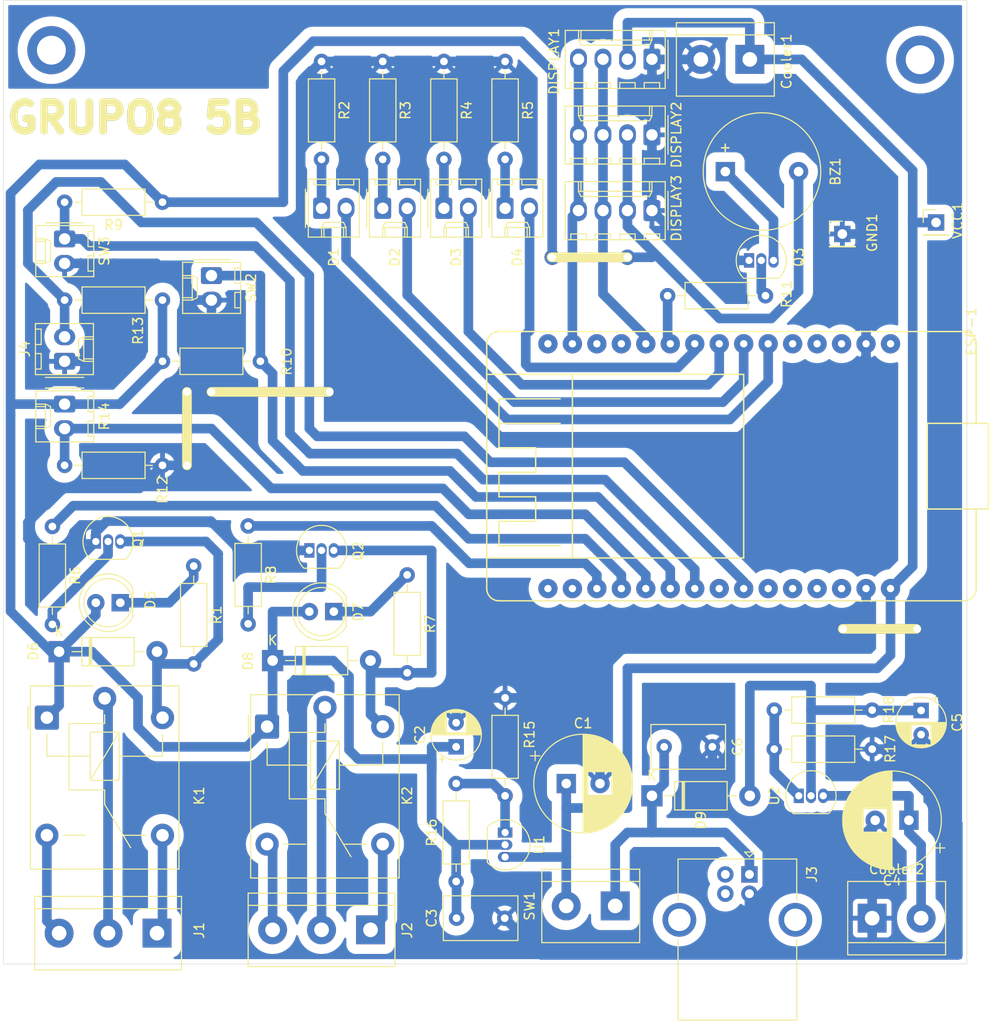
<source format=kicad_pcb>
(kicad_pcb (version 20240108) (generator "pcbnew") (generator_version "8.0")
  (layers (0 "F.Cu" signal) (31 "B.Cu" signal) (34 "B.Paste" user) (35 "F.Paste" user) (36 "B.SilkS" user "B.Silkscreen") (37 "F.SilkS" user "F.Silkscreen") (38 "B.Mask" user) (39 "F.Mask" user) (44 "Edge.Cuts" user))
  (net 0 "")
  (net 1 "GND")
  (net 2 "SDA")
  (net 3 "+3.3V")
  (net 4 "SCL")
  (net 5 "Net-(BZ1-+)")
  (net 6 "+5V")
  (net 7 "LED-A1")
  (net 8 "Net-(D1-K)")
  (net 9 "LED-B1")
  (net 10 "Net-(D2-K)")
  (net 11 "Net-(D3-K)")
  (net 12 "LED-A2")
  (net 13 "LED-B2")
  (net 14 "Net-(D4-K)")
  (net 15 "Net-(D5-K)")
  (net 16 "RELE-B")
  (net 17 "Net-(D6-A)")
  (net 18 "RELE-A")
  (net 19 "Net-(D7-K)")
  (net 20 "Net-(D8-A)")
  (net 21 "Net-(D9-A)")
  (net 23 "BUZZER")
  (net 24 "BOTON-A")
  (net 25 "BOTON-B")
  (net 28 "PUERTA")
  (net 30 "LDR")
  (net 31 "Net-(J1-Pin_3)")
  (net 32 "Net-(J1-Pin_2)")
  (net 33 "Net-(J1-Pin_1)")
  (net 34 "Net-(J2-Pin_3)")
  (net 37 "+12V")
  (net 39 "Net-(Q1-B)")
  (net 40 "Net-(Q2-B)")
  (net 41 "Net-(Q3-B)")
  (net 42 "Net-(U1-ADJ)")
  (net 45 "+5VANTESDELLAVE")
  (net 46 "Net-(J2-Pin_2)")
  (net 48 "Net-(U2-ADJ)")
  (net 57 "Net-(J2-Pin_1)")
  (footprint "Resistor_THT:R_Axial_DIN0207_L6.3mm_D2.5mm_P10.16mm_Horizontal" (layer "F.Cu") (at 139.7 41.91 -90)
    (property "Reference" "R3")
    (property "Value" "68")
  )
  (footprint "Connector_Molex:Molex_KK-254_AE-6410-02A_1x02_P2.54mm_Vertical" (layer "F.Cu") (at 106.68 73.025 90)
    (property "Reference" "J4")
    (property "Value" "Conn_01x02_Pin")
  )
  (footprint "Resistor_THT:R_Axial_DIN0207_L6.3mm_D2.5mm_P10.16mm_Horizontal" (layer "F.Cu") (at 180.34 109.22)
    (property "Reference" "R18")
    (property "Value" "10K")
  )
  (footprint "Connector_Molex:Molex_KK-254_AE-6410-04A_1x04_P2.54mm_Vertical" (layer "F.Cu") (at 167.64 57.38 180)
    (property "Reference" "DISPLAY3")
    (property "Value" "DISPLAY")
  )
  (footprint "Resistor_THT:R_Axial_DIN0207_L6.3mm_D2.5mm_P10.16mm_Horizontal" (layer "F.Cu") (at 142.24 95.19 -90)
    (property "Reference" "R7")
    (property "Value" "68")
  )
  (footprint "Package_TO_SOT_THT:TO-92_Inline" (layer "F.Cu") (at 132.08 92.65)
    (property "Reference" "Q2")
    (property "Value" "S8050")
  )
  (footprint "Package_TO_SOT_THT:TO-92_Inline" (layer "F.Cu") (at 152.4 121.92 -90)
    (property "Reference" "U1")
    (property "Value" "LM317_TO-220")
  )
  (footprint "Resistor_THT:R_Axial_DIN0207_L6.3mm_D2.5mm_P10.16mm_Horizontal" (layer "F.Cu") (at 106.68 83.82)
    (property "Reference" "R12")
    (property "Value" "10K")
  )
  (footprint "Connector_PinHeader_2.54mm:PinHeader_1x01_P2.54mm_Vertical" (layer "F.Cu") (at 187.4012 59.817)
    (property "Reference" "GND1")
    (property "Value" "Conn_01x01_Pin")
  )
  (footprint "Connector_Molex:Molex_KK-254_AE-6410-02A_1x02_P2.54mm_Vertical" (layer "F.Cu") (at 139.7 57.15)
    (property "Reference" "D2")
    (property "Value" "LED")
  )
  (footprint "Diode_THT:D_DO-41_SOD81_P10.16mm_Horizontal" (layer "F.Cu") (at 128.27 104.08)
    (property "Reference" "D8")
    (property "Value" "1N4007")
  )
  (footprint "TerminalBlock:TerminalBlock_bornier-3_P5.08mm" (layer "F.Cu") (at 138.43 132.02 180)
    (property "Reference" "J2")
    (property "Value" "Screw_Terminal_01x03")
  )
  (footprint "Capacitor_THT:CP_Radial_D5.0mm_P2.50mm" (layer "F.Cu") (at 147.32 113.03 90)
    (property "Reference" "C2")
    (property "Value" "10uF")
  )
  (footprint "Package_TO_SOT_THT:TO-92_Inline" (layer "F.Cu") (at 177.719704 62.560072)
    (property "Reference" "Q3")
    (property "Value" "S8050")
  )
  (footprint "Package_TO_SOT_THT:TO-92_Inline" (layer "F.Cu") (at 182.88 118.11)
    (property "Reference" "U2")
    (property "Value" "LM317_TO-220")
  )
  (footprint "Resistor_THT:R_Axial_DIN0207_L6.3mm_D2.5mm_P10.16mm_Horizontal" (layer "F.Cu") (at 147.32 116.84 -90)
    (property "Reference" "R16")
    (property "Value" "330")
  )
  (footprint "Capacitor_THT:CP_Radial_D5.0mm_P2.50mm" (layer "F.Cu") (at 195.58 109.26 -90)
    (property "Reference" "C5")
    (property "Value" "10uF")
  )
  (footprint "Connector_Molex:Molex_KK-254_AE-6410-04A_1x04_P2.54mm_Vertical" (layer "F.Cu") (at 167.64 49.53 180)
    (property "Reference" "DISPLAY2")
    (property "Value" "AHT10")
  )
  (footprint "DOIT_ESP32:DOIT_ESP32_Devkit_mirko" (layer "F.Cu") (at 201.295 69.9375 -90)
    (property "Reference" "ESP-1")
    (property "Value" "ESP32-Devkit-V1")
  )
  (footprint "Diode_THT:D_DO-41_SOD81_P10.16mm_Horizontal" (layer "F.Cu") (at 167.64 118.11)
    (property "Reference" "D9")
    (property "Value" "1N4007")
  )
  (footprint "Relay_THT:Relay_SPDT_Finder_36.11" (layer "F.Cu") (at 104.84 110.005)
    (property "Reference" "K1")
    (property "Value" "Relay_SPDT")
  )
  (footprint "LED_THT:LED_D5.0mm_Clear" (layer "F.Cu") (at 112.46 98.075 180)
    (property "Reference" "D5")
    (property "Value" "LED")
  )
  (footprint "TerminalBlock:TerminalBlock_bornier-2_P5.08mm" (layer "F.Cu") (at 177.8 41.7 180)
    (property "Reference" "Cooler1")
    (property "Value" "Bornera Cooler")
  )
  (footprint "Connector_Molex:Molex_KK-254_AE-6410-02A_1x02_P2.54mm_Vertical" (layer "F.Cu") (at 146.05 57.15)
    (property "Reference" "D3")
    (property "Value" "LED")
  )
  (footprint "Connector_Molex:Molex_KK-254_AE-6410-02A_1x02_P2.54mm_Vertical" (layer "F.Cu") (at 106.68 60.325 -90)
    (property "Reference" "SW3")
    (property "Value" "SW_Push")
  )
  (footprint "Resistor_THT:R_Axial_DIN0207_L6.3mm_D2.5mm_P10.16mm_Horizontal" (layer "F.Cu") (at 125.73 90.11 -90)
    (property "Reference" "R8")
    (property "Value" "R_US")
  )
  (footprint "Buzzer_Beeper:Buzzer_12x9.5RM7.6" (layer "F.Cu") (at 175.26 53.34)
    (property "Reference" "BZ1")
    (property "Value" "Buzzer")
  )
  (footprint "Connector_Molex:Molex_KK-254_AE-6410-04A_1x04_P2.54mm_Vertical" (layer "F.Cu") (at 167.64 41.68 180)
    (property "Reference" "DISPLAY1")
    (property "Value" "DISPLAY")
  )
  (footprint "Resistor_THT:R_Axial_DIN0207_L6.3mm_D2.5mm_P10.16mm_Horizontal" (layer "F.Cu") (at 116.84 73.025)
    (property "Reference" "R10")
    (property "Value" "10K")
  )
  (footprint "Connector_Molex:Molex_KK-254_AE-6410-02A_1x02_P2.54mm_Vertical" (layer "F.Cu") (at 121.92 64.135 -90)
    (property "Reference" "SW2")
    (property "Value" "SW_Push")
  )
  (footprint "Connector_Molex:Molex_KK-254_AE-6410-02A_1x02_P2.54mm_Vertical" (layer "F.Cu") (at 152.4 57.15)
    (property "Reference" "D4")
    (property "Value" "LED")
  )
  (footprint "Connector_PinHeader_2.54mm:PinHeader_1x01_P2.54mm_Vertical" (layer "F.Cu") (at 197.1294 58.6232)
    (property "Reference" "VCC1")
    (property "Value" "Conn_01x01_Pin")
  )
  (footprint "Capacitor_THT:C_Disc_D7.5mm_W4.4mm_P5.00mm" (layer "F.Cu") (at 147.36 130.81)
    (property "Reference" "C3")
    (property "Value" "100uf")
  )
  (footprint "Resistor_THT:R_Axial_DIN0207_L6.3mm_D2.5mm_P10.16mm_Horizontal" (layer "F.Cu") (at 152.4 41.91 -90)
    (property "Reference" "R5")
    (property "Value" "68")
  )
  (footprint "TerminalBlock:TerminalBlock_bornier-3_P5.08mm" (layer "F.Cu") (at 116.27 132.365 180)
    (property "Reference" "J1")
    (property "Value" "Screw_Terminal_01x03")
  )
  (footprint "Resistor_THT:R_Axial_DIN0207_L6.3mm_D2.5mm_P10.16mm_Horizontal" (layer "F.Cu") (at 133.35 41.91 -90)
    (property "Reference" "R2")
    (property "Value" "68")
  )
  (footprint "Resistor_THT:R_Axial_DIN0207_L6.3mm_D2.5mm_P10.16mm_Horizontal" (layer "F.Cu") (at 116.84 56.515 180)
    (property "Reference" "R9")
    (property "Value" "10K")
  )
  (footprint "Capacitor_THT:C_Disc_D7.5mm_W4.4mm_P5.00mm" (layer "F.Cu") (at 168.91 113.03)
    (property "Reference" "C6")
    (property "Value" "100uf")
  )
  (footprint "Relay_THT:Relay_SPDT_Finder_36.11" (layer "F.Cu") (at 127.7 110.93)
    (property "Reference" "K2")
    (property "Value" "Relay_SPDT")
  )
  (footprint "Resistor_THT:R_Axial_DIN0207_L6.3mm_D2.5mm_P10.16mm_Horizontal" (layer "F.Cu") (at 105.41 90.17 -90)
    (property "Reference" "R6")
    (property "Value" "R_US")
  )
  (footprint "Package_TO_SOT_THT:TO-92_Inline" (layer "F.Cu") (at 109.92 91.725)
    (property "Reference" "Q1")
    (property "Value" "S8050")
  )
  (footprint "Resistor_THT:R_Axial_DIN0207_L6.3mm_D2.5mm_P10.16mm_Horizontal" (layer "F.Cu") (at 152.4 118.11 90)
    (property "Reference" "R15")
    (property "Value" "560")
  )
  (footprint "Connector_USB:USB_B_OST_USB-B1HSxx_Horizontal" (layer "F.Cu") (at 177.76 126.27 -90)
    (property "Reference" "J3")
    (property "Value" "USB_B")
  )
  (footprint "Connector_Molex:Molex_KK-254_AE-6410-02A_1x02_P2.54mm_Vertical" (layer "F.Cu") (at 133.35 57.15)
    (property "Reference" "D1")
    (property "Value" "LED")
  )
  (footprint "Resistor_THT:R_Axial_DIN0207_L6.3mm_D2.5mm_P10.16mm_Horizontal" (layer "F.Cu") (at 120.08 94.265 -90)
    (property "Reference" "R1")
    (property "Value" "68")
  )
  (footprint "Capacitor_THT:CP_Radial_D10.0mm_P3.50mm" (layer "F.Cu") (at 158.75 116.84)
    (property "Reference" "C1")
    (property "Value" "100uF")
  )
  (footprint "Connector_Molex:Molex_KK-254_AE-6410-02A_1x02_P2.54mm_Vertical" (layer "F.Cu") (at 106.68 77.47 -90)
    (property "Reference" "R14")
    (property "Value" "LDR")
  )
  (footprint "Diode_THT:D_DO-41_SOD81_P10.16mm_Horizontal" (layer "F.Cu") (at 106.11 103.155)
    (property "Reference" "D6")
    (property "Value" "1N4007")
  )
  (footprint "Resistor_THT:R_Axial_DIN0207_L6.3mm_D2.5mm_P10.16mm_Horizontal" (layer "F.Cu") (at 146.05 41.91 -90)
    (property "Reference" "R4")
    (property "Value" "68")
  )
  (footprint "LED_THT:LED_D5.0mm_Clear" (layer "F.Cu") (at 134.62 99 180)
    (property "Reference" "D7")
    (property "Value" "LED")
  )
  (footprint "Resistor_THT:R_Axial_DIN0207_L6.3mm_D2.5mm_P10.16mm_Horizontal" (layer "F.Cu") (at 179.428212 66.219106 180)
    (property "Reference" "R11")
    (property "Value" "22K")
  )
  (footprint "TerminalBlock:TerminalBlock_bornier-2_P5.08mm" (layer "F.Cu") (at 163.83 129.54 180)
    (property "Reference" "SW1")
    (property "Value" "On/Off")
  )
  (footprint "Resistor_THT:R_Axial_DIN0207_L6.3mm_D2.5mm_P10.16mm_Horizontal" (layer "F.Cu") (at 116.84 66.675 180)
    (property "Reference" "R13")
    (property "Value" "10K")
  )
  (footprint "Resistor_THT:R_Axial_DIN0207_L6.3mm_D2.5mm_P10.16mm_Horizontal" (layer "F.Cu") (at 180.34 113.27)
    (property "Reference" "R17")
    (property "Value" "22K")
  )
  (footprint "Capacitor_THT:CP_Radial_D10.0mm_P3.50mm" (layer "F.Cu") (at 194.31 120.65 180)
    (property "Reference" "C4")
    (property "Value" "100uF")
  )
  (footprint "TerminalBlock:TerminalBlock_bornier-2_P5.08mm" (layer "F.Cu") (at 190.5 130.81)
    (property "Reference" "Cooler2")
    (property "Value" "Bateria")
  )
  (gr_line (start 165.1 62.23) (end 157.226 62.23) (stroke (width 1)) (layer "F.SilkS"))
  (gr_line (start 121.92 76.2) (end 134.112 76.2) (stroke (width 1)) (layer "F.SilkS"))
  (gr_line (start 187.452 100.7872) (end 195.072 100.7872) (stroke (width 1)) (layer "F.SilkS"))
  (gr_line (start 119.38 83.82) (end 119.38 76.2) (stroke (width 1)) (layer "F.SilkS"))
  (gr_rect (start 100.33 35.56) (end 200.33 135.56) (stroke (width 0.05)) (fill none) (layer "Edge.Cuts"))
  (gr_text "GRUPO8 5B" (at 100.33 49.53 0) (layer "B.Cu") (effects (font (size 3 3) (thickness 0.75) (bold yes)) (justify left bottom)))
  (gr_text "GRUPO8 5B" (at 100.33 49.53 0) (layer "F.SilkS") (effects (font (size 3 3) (thickness 0.75) (bold yes)) (justify left bottom)))
  (via (at 105.3084 40.7416) (size 5) (drill 3) (layers "F.Cu" "B.Cu") (net 0))
  (via (at 195.4784 41.7322) (size 5) (drill 3) (layers "F.Cu" "B.Cu") (net 0))
  (segment (start 119.38 83.82) (end 119.38 76.2) (width 1) (layer "F.Cu") (net 1))
  (segment (start 195.1736 100.7872) (end 187.5028 100.7872) (width 1) (layer "F.Cu") (net 1))
  (segment (start 187.5028 100.7872) (end 187.4774 100.8126) (width 1) (layer "F.Cu") (net 1))
  (segment (start 121.92 76.2) (end 134.185584 76.2) (width 1) (layer "F.Cu") (net 1))
  (via (at 134.185584 76.2) (size 1.6) (drill 0.8) (layers "F.Cu" "B.Cu") (net 1))
  (via (at 121.92 76.2) (size 1.6) (drill 0.8) (layers "F.Cu" "B.Cu") (net 1))
  (via (at 119.38 76.2) (size 1.6) (drill 0.8) (layers "F.Cu" "B.Cu") (net 1))
  (via (at 195.1736 100.7872) (size 1.6) (drill 0.8) (layers "F.Cu" "B.Cu") (net 1))
  (via (at 119.38 83.82) (size 1.6) (drill 0.8) (layers "F.Cu" "B.Cu") (net 1))
  (via (at 187.4774 100.8126) (size 1.6) (drill 0.8) (layers "F.Cu" "B.Cu") (net 1))
  (segment (start 198.247 103.8606) (end 195.1736 100.7872) (width 1) (layer "B.Cu") (net 1))
  (segment (start 106.68 73.025) (end 111.125 73.025) (width 1) (layer "B.Cu") (net 1))
  (segment (start 173.91 118.03) (end 173.91 113.03) (width 1) (layer "B.Cu") (net 1))
  (segment (start 189.7126 59.817) (end 189.865 59.9694) (width 1) (layer "B.Cu") (net 1))
  (segment (start 102.87 91.44) (end 104.14 92.71) (width 1) (layer "B.Cu") (net 1))
  (segment (start 177.719704 62.560072) (end 172.820072 62.560072) (width 1) (layer "B.Cu") (net 1))
  (segment (start 133.35 41.91) (end 152.4 41.91) (width 1) (layer "B.Cu") (net 1))
  (segment (start 124.901685 92.65) (end 121.860847 89.609162) (width 1) (layer "B.Cu") (net 1))
  (segment (start 187.4012 59.817) (end 189.7126 59.817) (width 1) (layer "B.Cu") (net 1))
  (segment (start 106.68 62.865) (end 111.76 62.865) (width 1) (layer "B.Cu") (net 1))
  (segment (start 111.76 72.39) (end 111.76 62.865) (width 1) (layer "B.Cu") (net 1))
  (segment (start 161.925 105.509416) (end 164.567208 102.867208) (width 1) (layer "B.Cu") (net 1))
  (segment (start 131.18 44.08) (end 131.18 60.164932) (width 1) (layer "B.Cu") (net 1))
  (segment (start 199.39 121.02863) (end 199.39 134.62) (width 1) (layer "B.Cu") (net 1))
  (segment (start 147.32 110.53) (end 147.32 107.95) (width 1) (layer "B.Cu") (net 1))
  (segment (start 116.84 83.82) (end 119.38 83.82) (width 1) (layer "B.Cu") (net 1))
  (segment (start 162.25 108.91) (end 162.25 116.84) (width 1) (layer "B.Cu") (net 1))
  (segment (start 156.17 134.62) (end 190.5 134.62) (width 1) (layer "B.Cu") (net 1))
  (segment (start 147.32 107.95) (end 152.4 107.95) (width 1) (layer "B.Cu") (net 1))
  (segment (start 106.400151 86.21) (end 102.87 89.740151) (width 1) (layer "B.Cu") (net 1))
  (segment (start 167.64 48.26) (end 181.032692 48.26) (width 1) (layer "B.Cu") (net 1))
  (segment (start 190.5 113.27) (end 191.63137 113.27) (width 1) (layer "B.Cu") (net 1))
  (segment (start 189.865 102.235) (end 189.865 100.8634) (width 1) (layer "B.Cu") (net 1))
  (segment (start 164.567208 102.867208) (end 189.227208 102.867208) (width 1) (layer "B.Cu") (net 1))
  (segment (start 134.185584 76.2) (end 137.16 76.2) (width 1) (layer "B.Cu") (net 1))
  (segment (start 104.14 92.71) (end 108.935 92.71) (width 1) (layer "B.Cu") (net 1))
  (segment (start 109.92 90.74) (end 109.92 91.725) (width 1) (layer "B.Cu") (net 1))
  (segment (start 181.032692 48.26) (end 189.865 57.092308) (width 1) (layer "B.Cu") (net 1))
  (segment (start 190.5 134.62) (end 190.5 130.81) (width 1) (layer "B.Cu") (net 1))
  (segment (start 177.76 129.54) (end 177.76 130.77) (width 1) (layer "B.Cu") (net 1))
  (segment (start 132.08 92.65) (end 124.901685 92.65) (width 1) (layer "B.Cu") (net 1))
  (segment (start 167.64 48.26) (end 167.64 57.38) (width 1) (layer "B.Cu") (net 1))
  (segment (start 191.63137 113.27) (end 195.390685 117.029315) (width 1) (layer "B.Cu") (net 1))
  (segment (start 195.58 116.84) (end 195.390685 117.029315) (width 1) (layer "B.Cu") (net 1))
  (segment (start 179.61 127.69) (end 179.61 123.73) (width 1) (layer "B.Cu") (net 1))
  (segment (start 189.8142 100.8126) (end 189.865 100.8634) (width 1) (layer "B.Cu") (net 1))
  (segment (start 189.865 100.8634) (end 189.865 96.6075) (width 1) (layer "B.Cu") (net 1))
  (segment (start 199.39 134.62) (end 190.5 134.62) (width 1) (layer "B.Cu") (net 1))
  (segment (start 116.84 83.82) (end 114.45 86.21) (width 1) (layer "B.Cu") (net 1))
  (segment (start 172.820072 62.560072) (end 167.64 57.38) (width 1) (layer "B.Cu") (net 1))
  (segment (start 189.865 59.9694) (end 189.865 71.2075) (width 1) (layer "B.Cu") (net 1))
  (segment (start 108.935 92.71) (end 109.92 91.725) (width 1) (layer "B.Cu") (net 1))
  (segment (start 111.76 62.865) (end 116.209849 62.865) (width 1) (layer "B.Cu") (net 1))
  (segment (start 195.58 111.76) (end 195.58 114.4524) (width 1) (layer "B.Cu") (net 1))
  (segment (start 187.4774 100.8126) (end 189.8142 100.8126) (width 1) (layer "B.Cu") (net 1))
  (segment (start 177.76 128.27) (end 177.76 129.54) (width 1) (layer "B.Cu") (net 1))
  (segment (start 190.5 130.81) (end 190.5 120.96) (width 1) (layer "B.Cu") (net 1))
  (segment (start 151.875068 80.86) (end 181.626713 80.86) (width 1) (layer "B.Cu") (net 1))
  (segment (start 195.390685 117.029315) (end 199.39 121.02863) (width 1) (layer "B.Cu") (net 1))
  (segment (start 181.626713 80.86) (end 189.865 72.621713) (width 1) (layer "B.Cu") (net 1))
  (segment (start 137.16 76.2) (end 142.187534 71.172466) (width 1) (layer "B.Cu") (net 1))
  (segment (start 177.76 129.54) (end 179.61 127.69) (width 1) (layer "B.Cu") (net 1))
  (segment (start 116.209849 62.865) (end 120.019849 66.675) (width 1) (layer "B.Cu") (net 1))
  (segment (start 172.72 41.7) (end 167.66 41.7) (width 1) (layer "B.Cu") (net 1))
  (segment (start 189.23 102.87) (end 189.865 102.235) (width 1) (layer "B.Cu") (net 1))
  (segment (start 121.860847 89.609162) (end 111.050838 89.609162) (width 1) (layer "B.Cu") (net 1))
  (segment (start 189.865 72.621713) (end 189.865 71.2075) (width 1) (layer "B.Cu") (net 1))
  (segment (start 121.92 66.675) (end 121.92 76.2) (width 1) (layer "B.Cu") (net 1))
  (segment (start 102.87 89.740151) (end 102.87 91.44) (width 1) (layer "B.Cu") (net 1))
  (segment (start 152.36 130.81) (end 156.17 134.62) (width 1) (layer "B.Cu") (net 1))
  (segment (start 195.58 114.4524) (end 195.58 116.84) (width 1) (layer "B.Cu") (net 1))
  (segment (start 119.38 76.2) (end 121.92 76.2) (width 1) (layer "B.Cu") (net 1))
  (segment (start 142.187534 71.172466) (end 151.875068 80.86) (width 1) (layer "B.Cu") (net 1))
  (segment (start 133.35 41.91) (end 131.18 44.08) (width 1) (layer "B.Cu") (net 1))
  (segment (start 162.25 108.91) (end 161.925 108.585) (width 1) (layer "B.Cu") (net 1))
  (segment (start 120.019849 66.675) (end 121.92 66.675) (width 1) (layer "B.Cu") (net 1))
  (segment (start 111.050838 89.609162) (end 109.92 90.74) (width 1) (layer "B.Cu") (net 1))
  (segment (start 114.45 86.21) (end 106.400151 86.21) (width 1) (layer "B.Cu") (net 1))
  (segment (start 152.4 107.95) (end 161.29 107.95) (width 1) (layer "B.Cu") (net 1))
  (segment (start 161.925 108.585) (end 161.925 105.509416) (width 1) (layer "B.Cu") (net 1))
  (segment (start 167.66 41.7) (end 167.64 41.68) (width 1) (layer "B.Cu") (net 1))
  (segment (start 177.8254 130.8354) (end 177.8254 134.56) (width 1) (layer "B.Cu") (net 1))
  (segment (start 161.29 107.95) (end 162.25 108.91) (width 1) (layer "B.Cu") (net 1))
  (segment (start 177.76 130.77) (end 177.8254 130.8354) (width 1) (layer "B.Cu") (net 1))
  (segment (start 167.64 41.68) (end 167.64 48.26) (width 1) (layer "B.Cu") (net 1))
  (segment (start 190.5 120.96) (end 190.81 120.65) (width 1) (layer "B.Cu") (net 1))
  (segment (start 111.125 73.025) (end 111.76 72.39) (width 1) (layer "B.Cu") (net 1))
  (segment (start 179.61 123.73) (end 173.91 118.03) (width 1) (layer "B.Cu") (net 1))
  (segment (start 195.58 114.4524) (end 198.247 114.4524) (width 1) (layer "B.Cu") (net 1))
  (segment (start 198.247 114.4524) (end 198.2978 114.5032) (width 1) (layer "B.Cu") (net 1))
  (segment (start 198.247 114.4524) (end 198.247 103.8606) (width 1) (layer "B.Cu") (net 1))
  (segment (start 189.865 57.092308) (end 189.865 59.9694) (width 1) (layer "B.Cu") (net 1))
  (segment (start 189.227208 102.867208) (end 189.23 102.87) (width 1) (layer "B.Cu") (net 1))
  (segment (start 131.18 60.164932) (end 142.187534 71.172466) (width 1) (layer "B.Cu") (net 1))
  (segment (start 167.005 71.2075) (end 167.005 70.485) (width 1) (layer "B.Cu") (net 2))
  (segment (start 167.005 70.485) (end 162.56 66.04) (width 1) (layer "B.Cu") (net 2))
  (segment (start 162.56 57.38) (end 162.56 41.68) (width 1) (layer "B.Cu") (net 2))
  (segment (start 162.56 66.04) (end 162.56 57.38) (width 1) (layer "B.Cu") (net 2))
  (segment (start 157.285 62.23) (end 165.1 62.23) (width 1) (layer "F.Cu") (net 3))
  (via (at 165.1 62.23) (size 1.6) (drill 0.8) (layers "F.Cu" "B.Cu") (net 3))
  (via (at 157.285 62.23) (size 1.6) (drill 0.8) (layers "F.Cu" "B.Cu") (net 3))
  (segment (start 112.395 77.47) (end 106.68 77.47) (width 1) (layer "B.Cu") (net 3))
  (segment (start 101.07 78.635) (end 101.07 98.959849) (width 1) (layer "B.Cu") (net 3))
  (segment (start 182.86 53.34) (end 182.86 65.757167) (width 1) (layer "B.Cu") (net 3))
  (segment (start 125.6 113.03) (end 127.7 110.93) (width 1) (layer "B.Cu") (net 3))
  (segment (start 147.32 113.03) (end 144.78 113.03) (width 1) (layer "B.Cu") (net 3))
  (segment (start 165.1 49.53) (end 165.1 57.38) (width 1) (layer "B.Cu") (net 3))
  (segment (start 104.0638 52.6034) (end 101.07 55.5972) (width 1) (layer "B.Cu") (net 3))
  (segment (start 109.92 98.075) (end 109.92 99.345) (width 1) (layer "B.Cu") (net 3))
  (segment (start 167.64 62.23) (end 167.9725 61.8975) (width 1) (layer "B.Cu") (net 3))
  (segment (start 128.27 110.36) (end 127.7 110.93) (width 1) (layer "B.Cu") (net 3))
  (segment (start 114.3 107.929466) (end 114.3 111.000534) (width 1) (layer "B.Cu") (net 3))
  (segment (start 132.08 99) (end 128.27 99) (width 1) (layer "B.Cu") (net 3))
  (segment (start 116.84 56.515) (end 129.38 56.515) (width 1) (layer "B.Cu") (net 3))
  (segment (start 144.78 113.03) (end 144.78 115.57) (width 1) (layer "B.Cu") (net 3))
  (segment (start 101.07 98.959849) (end 105.265151 103.155) (width 1) (layer "B.Cu") (net 3))
  (segment (start 128.27 99) (end 128.27 104.08) (width 1) (layer "B.Cu") (net 3))
  (segment (start 106.68 77.47) (end 101.07 77.47) (width 1) (layer "B.Cu") (net 3))
  (segment (start 136.2 113.34) (end 137.16 114.3) (width 1) (layer "B.Cu") (net 3))
  (segment (start 101.07 77.47) (end 101.07 78.635) (width 1) (layer "B.Cu") (net 3))
  (segment (start 136.2 105.72) (end 136.2 113.34) (width 1) (layer "B.Cu") (net 3))
  (segment (start 116.84 73.025) (end 112.395 77.47) (width 1) (layer "B.Cu") (net 3))
  (segment (start 174.655 68.58) (end 167.9725 61.8975) (width 1) (layer "B.Cu") (net 3))
  (segment (start 144.78 115.57) (end 144.78 120.65) (width 1) (layer "B.Cu") (net 3))
  (segment (start 112.9284 52.6034) (end 104.0638 52.6034) (width 1) (layer "B.Cu") (net 3))
  (segment (start 105.265151 103.155) (end 106.11 103.155) (width 1) (layer "B.Cu") (net 3))
  (segment (start 167.9725 61.8975) (end 165.1 59.025) (width 1) (layer "B.Cu") (net 3))
  (segment (start 180.037167 68.58) (end 174.655 68.58) (width 1) (layer "B.Cu") (net 3))
  (segment (start 101.07 55.5972) (end 101.07 77.47) (width 1) (layer "B.Cu") (net 3))
  (segment (start 116.84 66.675) (end 116.84 73.025) (width 1) (layer "B.Cu") (net 3))
  (segment (start 116.329466 113.03) (end 125.6 113.03) (width 1) (layer "B.Cu") (net 3))
  (segment (start 106.11 103.155) (end 106.11 108.735) (width 1) (layer "B.Cu") (net 3))
  (segment (start 147.32 123.19) (end 152.4 123.19) (width 1) (layer "B.Cu") (net 3))
  (segment (start 144.78 114.3) (end 144.78 115.57) (width 1) (layer "B.Cu") (net 3))
  (segment (start 182.86 65.757167) (end 180.037167 68.58) (width 1) (layer "B.Cu") (net 3))
  (segment (start 109.525534 103.155) (end 114.3 107.929466) (width 1) (layer "B.Cu") (net 3))
  (segment (start 129.38 56.515) (end 129.38 42.910151) (width 1) (layer "B.Cu") (net 3))
  (segment (start 129.38 42.910151) (end 132.480151 39.81) (width 1) (layer "B.Cu") (net 3))
  (segment (start 147.32 127) (end 147.32 123.19) (width 1) (layer "B.Cu") (net 3))
  (segment (start 114.3 111.000534) (end 116.329466 113.03) (width 1) (layer "B.Cu") (net 3))
  (segment (start 147.36 127.04) (end 147.32 127) (width 1) (layer "B.Cu") (net 3))
  (segment (start 165.1 59.025) (end 165.1 57.38) (width 1) (layer "B.Cu") (net 3))
  (segment (start 137.16 114.3) (end 144.78 114.3) (width 1) (layer "B.Cu") (net 3))
  (segment (start 165.1 62.23) (end 167.64 62.23) (width 1) (layer "B.Cu") (net 3))
  (segment (start 128.27 104.08) (end 128.27 110.36) (width 1) (layer "B.Cu") (net 3))
  (segment (start 157.285 42.985) (end 157.285 62.23) (width 1) (layer "B.Cu") (net 3))
  (segment (start 144.78 120.65) (end 147.32 123.19) (width 1) (layer "B.Cu") (net 3))
  (segment (start 106.11 103.155) (end 109.525534 103.155) (width 1) (layer "B.Cu") (net 3))
  (segment (start 132.480151 39.81) (end 154.11 39.81) (width 1) (layer "B.Cu") (net 3))
  (segment (start 147.36 130.81) (end 147.36 127.04) (width 1) (layer "B.Cu") (net 3))
  (segment (start 134.56 104.08) (end 136.2 105.72) (width 1) (layer "B.Cu") (net 3))
  (segment (start 128.27 104.08) (end 134.56 104.08) (width 1) (layer "B.Cu") (net 3))
  (segment (start 106.11 108.735) (end 104.84 110.005) (width 1) (layer "B.Cu") (net 3))
  (segment (start 154.11 39.81) (end 157.285 42.985) (width 1) (layer "B.Cu") (net 3))
  (segment (start 109.92 99.345) (end 106.11 103.155) (width 1) (layer "B.Cu") (net 3))
  (segment (start 116.84 56.515) (end 112.9284 52.6034) (width 1) (layer "B.Cu") (net 3))
  (segment (start 159.385 58.015) (end 160.02 57.38) (width 1) (layer "B.Cu") (net 4))
  (segment (start 159.385 71.2075) (end 159.385 58.015) (width 1) (layer "B.Cu") (net 4))
  (segment (start 160.02 57.38) (end 160.02 41.68) (width 1) (layer "B.Cu") (net 4))
  (segment (start 180.259704 58.339704) (end 175.26 53.34) (width 1) (layer "B.Cu") (net 5))
  (segment (start 180.259704 62.560072) (end 180.259704 58.339704) (width 1) (layer "B.Cu") (net 5))
  (segment (start 158.75 127) (end 158.75 129.54) (width 1) (layer "B.Cu") (net 6))
  (segment (start 197.1294 58.6232) (end 194.7232 58.6232) (width 1) (layer "B.Cu") (net 6))
  (segment (start 158.75 116.84) (end 158.75 119.38) (width 1) (layer "B.Cu") (net 6))
  (segment (start 194.705 53.227) (end 194.705 58.605) (width 1) (layer "B.Cu") (net 6))
  (segment (start 158.75 119.38) (end 165.1 119.38) (width 1) (layer "B.Cu") (net 6))
  (segment (start 194.705 94.3075) (end 192.405 96.6075) (width 1) (layer "B.Cu") (net 6))
  (segment (start 192.405 96.6075) (end 192.405 103.505) (width 1) (layer "B.Cu") (net 6))
  (segment (start 158.75 124.46) (end 158.75 127) (width 1) (layer "B.Cu") (net 6))
  (segment (start 183.178 41.7) (end 194.705 53.227) (width 1) (layer "B.Cu") (net 6))
  (segment (start 177.8 41.7) (end 177.8 37.89) (width 1) (layer "B.Cu") (net 6))
  (segment (start 152.4 124.46) (end 158.75 124.46) (width 1) (layer "B.Cu") (net 6))
  (segment (start 165.1 119.38) (end 165.1 104.88) (width 1) (layer "B.Cu") (net 6))
  (segment (start 194.705 58.605) (end 194.705 94.3075) (width 1) (layer "B.Cu") (net 6))
  (segment (start 165.1 37.89) (end 165.1 41.68) (width 1) (layer "B.Cu") (net 6))
  (segment (start 192.405 103.505) (end 191.03 104.88) (width 1) (layer "B.Cu") (net 6))
  (segment (start 177.8 37.89) (end 165.1 37.89) (width 1) (layer "B.Cu") (net 6))
  (segment (start 194.7232 58.6232) (end 194.705 58.605) (width 1) (layer "B.Cu") (net 6))
  (segment (start 191.03 104.88) (end 165.1 104.88) (width 1) (layer "B.Cu") (net 6))
  (segment (start 177.8 41.7) (end 183.178 41.7) (width 1) (layer "B.Cu") (net 6))
  (segment (start 158.75 119.38) (end 158.75 124.46) (width 1) (layer "B.Cu") (net 6))
  (segment (start 175.745392 79.06) (end 179.705 75.100392) (width 1) (layer "B.Cu") (net 7))
  (segment (start 135.89 62.329348) (end 152.620652 79.06) (width 1) (layer "B.Cu") (net 7))
  (segment (start 152.620652 79.06) (end 175.745392 79.06) (width 1) (layer "B.Cu") (net 7))
  (segment (start 135.89 57.15) (end 135.89 62.329348) (width 1) (layer "B.Cu") (net 7))
  (segment (start 179.705 75.100392) (end 179.705 71.2075) (width 1) (layer "B.Cu") (net 7))
  (segment (start 133.35 52.07) (end 133.35 57.15) (width 1) (layer "B.Cu") (net 8))
  (segment (start 177.165 75.094808) (end 177.165 71.2075) (width 1) (layer "B.Cu") (net 9))
  (segment (start 174.999808 77.26) (end 177.165 75.094808) (width 1) (layer "B.Cu") (net 9))
  (segment (start 153.366236 77.26) (end 174.999808 77.26) (width 1) (layer "B.Cu") (net 9))
  (segment (start 142.24 66.133764) (end 153.366236 77.26) (width 1) (layer "B.Cu") (net 9))
  (segment (start 142.24 57.15) (end 142.24 66.133764) (width 1) (layer "B.Cu") (net 9))
  (segment (start 139.7 52.07) (end 139.7 57.15) (width 1) (layer "B.Cu") (net 10))
  (segment (start 146.05 52.07) (end 146.05 57.15) (width 1) (layer "B.Cu") (net 11))
  (segment (start 173.46 75.46) (end 174.625 74.295) (width 1) (layer "B.Cu") (net 12))
  (segment (start 174.625 74.295) (end 174.625 71.2075) (width 1) (layer "B.Cu") (net 12))
  (segment (start 148.59 57.15) (end 148.59 69.93818) (width 1) (layer "B.Cu") (net 12))
  (segment (start 154.11182 75.46) (end 173.46 75.46) (width 1) (layer "B.Cu") (net 12))
  (segment (start 148.59 69.93818) (end 154.11182 75.46) (width 1) (layer "B.Cu") (net 12))
  (segment (start 154.545 70.254808) (end 154.545 73.347596) (width 1) (layer "B.Cu") (net 13))
  (segment (start 154.545 73.347596) (end 154.857404 73.66) (width 1) (layer "B.Cu") (net 13))
  (segment (start 154.94 57.15) (end 154.94 69.859808) (width 1) (layer "B.Cu") (net 13))
  (segment (start 170.345192 73.66) (end 172.085 71.920192) (width 1) (layer "B.Cu") (net 13))
  (segment (start 172.085 71.920192) (end 172.085 71.2075) (width 1) (layer "B.Cu") (net 13))
  (segment (start 154.857404 73.66) (end 170.345192 73.66) (width 1) (layer "B.Cu") (net 13))
  (segment (start 154.94 69.859808) (end 154.545 70.254808) (width 1) (layer "B.Cu") (net 13))
  (segment (start 152.4 52.07) (end 152.4 57.15) (width 1) (layer "B.Cu") (net 14))
  (segment (start 120.08 95.535) (end 117.54 98.075) (width 1) (layer "B.Cu") (net 15))
  (segment (start 120.08 94.265) (end 120.08 95.535) (width 1) (layer "B.Cu") (net 15))
  (segment (start 117.54 98.075) (end 112.46 98.075) (width 1) (layer "B.Cu") (net 15))
  (segment (start 148.621029 91.44) (end 145.191029 88.01) (width 1) (layer "B.Cu") (net 16))
  (segment (start 160.717297 91.44) (end 148.621029 91.44) (width 1) (layer "B.Cu") (net 16))
  (segment (start 164.465 95.187703) (end 160.717297 91.44) (width 1) (layer "B.Cu") (net 16))
  (segment (start 145.191029 88.01) (end 107.57 88.01) (width 1) (layer "B.Cu") (net 16))
  (segment (start 107.57 88.01) (end 105.41 90.17) (width 1) (layer "B.Cu") (net 16))
  (segment (start 164.465 96.6075) (end 164.465 95.187703) (width 1) (layer "B.Cu") (net 16))
  (segment (start 121.35 91.725) (end 122.62 92.995) (width 1) (layer "B.Cu") (net 17))
  (segment (start 122.62 92.995) (end 122.62 101.885) (width 1) (layer "B.Cu") (net 17))
  (segment (start 116.27 109.435) (end 116.84 110.005) (width 1) (layer "B.Cu") (net 17))
  (segment (start 116.27 103.155) (end 116.27 104.425) (width 1) (layer "B.Cu") (net 17))
  (segment (start 122.62 101.885) (end 120.08 104.425) (width 1) (layer "B.Cu") (net 17))
  (segment (start 116.27 104.425) (end 116.27 109.435) (width 1) (layer "B.Cu") (net 17))
  (segment (start 112.46 91.725) (end 121.35 91.725) (width 1) (layer "B.Cu") (net 17))
  (segment (start 120.08 104.425) (end 116.27 104.425) (width 1) (layer "B.Cu") (net 17))
  (segment (start 161.925 95.193287) (end 160.711713 93.98) (width 1) (layer "B.Cu") (net 18))
  (segment (start 161.925 96.6075) (end 161.925 95.193287) (width 1) (layer "B.Cu") (net 18))
  (segment (start 148.655584 93.98) (end 144.785584 90.11) (width 1) (layer "B.Cu") (net 18))
  (segment (start 144.785584 90.11) (end 125.73 90.11) (width 1) (layer "B.Cu") (net 18))
  (segment (start 160.711713 93.98) (end 148.655584 93.98) (width 1) (layer "B.Cu") (net 18))
  (segment (start 138.43 99) (end 142.24 95.19) (width 1) (layer "B.Cu") (net 19))
  (segment (start 134.62 99) (end 138.43 99) (width 1) (layer "B.Cu") (net 19))
  (segment (start 138.43 104.08) (end 138.43 105.35) (width 1) (layer "B.Cu") (net 20))
  (segment (start 142.24 105.35) (end 140.97 105.35) (width 1) (layer "B.Cu") (net 20))
  (segment (start 144.78 105.35) (end 140.97 105.35) (width 1) (layer "B.Cu") (net 20))
  (segment (start 138.43 109.66) (end 139.7 110.93) (width 1) (layer "B.Cu") (net 20))
  (segment (start 140.97 105.35) (end 138.43 105.35) (width 1) (layer "B.Cu") (net 20))
  (segment (start 144.78 92.65) (end 144.78 105.35) (width 1) (layer "B.Cu") (net 20))
  (segment (start 134.62 92.65) (end 144.78 92.65) (width 1) (layer "B.Cu") (net 20))
  (segment (start 138.43 105.35) (end 138.43 109.66) (width 1) (layer "B.Cu") (net 20))
  (segment (start 195.58 109.26) (end 190.54 109.26) (width 1) (layer "B.Cu") (net 21))
  (segment (start 184.15 106.68) (end 177.8 106.68) (width 1) (layer "B.Cu") (net 21))
  (segment (start 177.8 106.68) (end 177.8 118.11) (width 1) (layer "B.Cu") (net 21))
  (segment (start 190.54 109.26) (end 190.5 109.22) (width 1) (layer "B.Cu") (net 21))
  (segment (start 184.15 109.22) (end 184.15 106.68) (width 1) (layer "B.Cu") (net 21))
  (segment (start 184.15 109.22) (end 190.5 109.22) (width 1) (layer "B.Cu") (net 21))
  (segment (start 184.15 118.11) (end 184.15 109.22) (width 1) (layer "B.Cu") (net 21))
  (segment (start 169.268212 70.930712) (end 169.545 71.2075) (width 1) (layer "B.Cu") (net 23))
  (segment (start 169.268212 66.219106) (end 169.268212 70.930712) (width 1) (layer "B.Cu") (net 23))
  (segment (start 149.372197 87.1) (end 162.03 87.1) (width 1) (layer "B.Cu") (net 24))
  (segment (start 146.682197 84.41) (end 149.372197 87.1) (width 1) (layer "B.Cu") (net 24))
  (segment (start 131.4 84.41) (end 146.682197 84.41) (width 1) (layer "B.Cu") (net 24))
  (segment (start 127 73.025) (end 127 64.135) (width 1) (layer "B.Cu") (net 24))
  (segment (start 127 64.135) (end 121.92 64.135) (width 1) (layer "B.Cu") (net 24))
  (segment (start 169.545 94.615) (end 169.545 96.6075) (width 1) (layer "B.Cu") (net 24))
  (segment (start 128.27 74.295) (end 128.27 81.28) (width 1) (layer "B.Cu") (net 24))
  (segment (start 162.03 87.1) (end 169.545 94.615) (width 1) (layer "B.Cu") (net 24))
  (segment (start 127 73.025) (end 128.27 74.295) (width 1) (layer "B.Cu") (net 24))
  (segment (start 128.27 81.28) (end 131.4 84.41) (width 1) (layer "B.Cu") (net 24))
  (segment (start 162.775584 85.3) (end 150.117781 85.3) (width 1) (layer "B.Cu") (net 25))
  (segment (start 106.68 56.515) (end 106.68 60.325) (width 1) (layer "B.Cu") (net 25))
  (segment (start 108.48 60.325) (end 106.68 60.325) (width 1) (layer "B.Cu") (net 25))
  (segment (start 172.085 94.609416) (end 162.775584 85.3) (width 1) (layer "B.Cu") (net 25))
  (segment (start 132.145584 82.61) (end 130.07 80.534416) (width 1) (layer "B.Cu") (net 25))
  (segment (start 172.085 96.6075) (end 172.085 94.609416) (width 1) (layer "B.Cu") (net 25))
  (segment (start 147.427781 82.61) (end 132.145584 82.61) (width 1) (layer "B.Cu") (net 25))
  (segment (start 150.117781 85.3) (end 147.427781 82.61) (width 1) (layer "B.Cu") (net 25))
  (segment (start 130.07 64.659416) (end 126.475584 61.065) (width 1) (layer "B.Cu") (net 25))
  (segment (start 130.07 80.534416) (end 130.07 64.659416) (width 1) (layer "B.Cu") (net 25))
  (segment (start 109.22 61.065) (end 108.48 60.325) (width 1) (layer "B.Cu") (net 25))
  (segment (start 126.475584 61.065) (end 109.22 61.065) (width 1) (layer "B.Cu") (net 25))
  (segment (start 177.165 95.885) (end 177.165 96.6075) (width 1) (layer "B.Cu") (net 28))
  (segment (start 132.085584 80.004416) (end 132.891168 80.81) (width 1) (layer "B.Cu") (net 28))
  (segment (start 132.085584 64.129416) (end 132.085584 80.004416) (width 1) (layer "B.Cu") (net 28))
  (segment (start 106.68 66.675) (end 106.68 70.485) (width 1) (layer "B.Cu") (net 28))
  (segment (start 132.891168 80.81) (end 148.173365 80.81) (width 1) (layer "B.Cu") (net 28))
  (segment (start 148.173365 80.81) (end 150.863365 83.5) (width 1) (layer "B.Cu") (net 28))
  (segment (start 102.87 62.865) (end 102.87 57.355151) (width 1) (layer "B.Cu") (net 28))
  (segment (start 164.78 83.5) (end 177.165 95.885) (width 1) (layer "B.Cu") (net 28))
  (segment (start 150.863365 83.5) (end 164.78 83.5) (width 1) (layer "B.Cu") (net 28))
  (segment (start 102.87 57.355151) (end 105.810151 54.415) (width 1) (layer "B.Cu") (net 28))
  (segment (start 106.68 66.675) (end 102.87 62.865) (width 1) (layer "B.Cu") (net 28))
  (segment (start 114.64 58.615) (end 126.571168 58.615) (width 1) (layer "B.Cu") (net 28))
  (segment (start 126.571168 58.615) (end 132.085584 64.129416) (width 1) (layer "B.Cu") (net 28))
  (segment (start 110.44 54.415) (end 114.64 58.615) (width 1) (layer "B.Cu") (net 28))
  (segment (start 105.810151 54.415) (end 110.44 54.415) (width 1) (layer "B.Cu") (net 28))
  (segment (start 145.936613 86.21) (end 148.626613 88.9) (width 1) (layer "B.Cu") (net 30))
  (segment (start 106.68 83.82) (end 106.68 80.01) (width 1) (layer "B.Cu") (net 30))
  (segment (start 106.68 80.01) (end 121.92 80.01) (width 1) (layer "B.Cu") (net 30))
  (segment (start 167.005 95.182119) (end 167.005 96.6075) (width 1) (layer "B.Cu") (net 30))
  (segment (start 148.626613 88.9) (end 160.722881 88.9) (width 1) (layer "B.Cu") (net 30))
  (segment (start 121.92 80.01) (end 128.12 86.21) (width 1) (layer "B.Cu") (net 30))
  (segment (start 128.12 86.21) (end 145.936613 86.21) (width 1) (layer "B.Cu") (net 30))
  (segment (start 160.722881 88.9) (end 167.005 95.182119) (width 1) (layer "B.Cu") (net 30))
  (segment (start 104.84 131.095) (end 106.11 132.365) (width 1) (layer "B.Cu") (net 31))
  (segment (start 104.84 122.205) (end 104.84 131.095) (width 1) (layer "B.Cu") (net 31))
  (segment (start 111.19 132.365) (end 111.19 108.355) (width 1) (layer "B.Cu") (net 32))
  (segment (start 111.19 108.355) (end 110.84 108.005) (width 1) (layer "B.Cu") (net 32))
  (segment (start 116.84 131.795) (end 116.27 132.365) (width 1) (layer "B.Cu") (net 33))
  (segment (start 116.84 122.205) (end 116.84 131.795) (width 1) (layer "B.Cu") (net 33))
  (segment (start 128.27 123.7) (end 127.7 123.13) (width 1) (layer "B.Cu") (net 34))
  (segment (start 128.27 132.02) (end 128.27 123.7) (width 1) (layer "B.Cu") (net 34))
  (segment (start 195.58 123.19) (end 195.58 130.81) (width 1) (layer "B.Cu") (net 37))
  (segment (start 194.31 118.11) (end 194.31 120.65) (width 1) (layer "B.Cu") (net 37))
  (segment (start 194.31 120.65) (end 194.31 121.92) (width 1) (layer "B.Cu") (net 37))
  (segment (start 185.42 118.11) (end 194.31 118.11) (width 1) (layer "B.Cu") (net 37))
  (segment (start 194.31 121.92) (end 195.58 123.19) (width 1) (layer "B.Cu") (net 37))
  (segment (start 105.41 98.91) (end 105.41 100.33) (width 1) (layer "B.Cu") (net 39))
  (segment (start 111.19 93.13) (end 105.41 98.91) (width 1) (layer "B.Cu") (net 39))
  (segment (start 111.19 91.725) (end 111.19 93.13) (width 1) (layer "B.Cu") (net 39))
  (segment (start 133.35 96.46) (end 133.35 92.65) (width 1) (layer "B.Cu") (net 40))
  (segment (start 125.73 100.27) (end 125.73 96.46) (width 1) (layer "B.Cu") (net 40))
  (segment (start 125.73 96.46) (end 133.35 96.46) (width 1) (layer "B.Cu") (net 40))
  (segment (start 179.428212 66.219106) (end 178.989704 65.780598) (width 1) (layer "B.Cu") (net 41))
  (segment (start 178.989704 65.780598) (end 178.989704 62.560072) (width 1) (layer "B.Cu") (net 41))
  (segment (start 151.13 116.84) (end 152.4 118.11) (width 1) (layer "B.Cu") (net 42))
  (segment (start 147.32 116.84) (end 151.13 116.84) (width 1) (layer "B.Cu") (net 42))
  (segment (start 152.4 118.11) (end 152.4 121.92) (width 1) (layer "B.Cu") (net 42))
  (segment (start 163.83 129.54) (end 163.83 123.19) (width 1) (layer "B.Cu") (net 45))
  (segment (start 177.76 126.27) (end 177.76 124.42) (width 1) (layer "B.Cu") (net 45))
  (segment (start 165.1 121.92) (end 167.64 121.92) (width 1) (layer "B.Cu") (net 45))
  (segment (start 168.91 113.03) (end 168.91 116.84) (width 1) (layer "B.Cu") (net 45))
  (segment (start 167.64 118.11) (end 167.64 121.92) (width 1) (layer "B.Cu") (net 45))
  (segment (start 163.83 123.19) (end 165.1 121.92) (width 1) (layer "B.Cu") (net 45))
  (segment (start 175.26 121.92) (end 167.64 121.92) (width 1) (layer "B.Cu") (net 45))
  (segment (start 177.76 124.42) (end 175.26 121.92) (width 1) (layer "B.Cu") (net 45))
  (segment (start 168.91 116.84) (end 167.64 118.11) (width 1) (layer "B.Cu") (net 45))
  (segment (start 133.35 109.28) (end 133.7 108.93) (width 1) (layer "B.Cu") (net 46))
  (segment (start 133.35 132.02) (end 133.35 109.28) (width 1) (layer "B.Cu") (net 46))
  (segment (start 180.34 113.27) (end 180.34 109.22) (width 1) (layer "B.Cu") (net 48))
  (segment (start 180.34 115.57) (end 182.88 118.11) (width 1) (layer "B.Cu") (net 48))
  (segment (start 180.34 113.27) (end 180.34 115.57) (width 1) (layer "B.Cu") (net 48))
  (segment (start 139.7 123.13) (end 139.7 130.75) (width 1) (layer "B.Cu") (net 57))
  (segment (start 139.7 130.75) (end 138.43 132.02) (width 1) (layer "B.Cu") (net 57))
  (zone (net 1) (net_name "GND") (layer "B.Cu") (connect_pads (clearance 1)) (min_thickness 0.25) (fill yes (thermal_gap 0.5) (thermal_bridge_width 0.5))
    (polygon (pts (xy 100.33 35.56) (xy 200.66 35.56) (xy 200.3044 136.8044) (xy 99.9744 136.8044)))
  )
)
</source>
